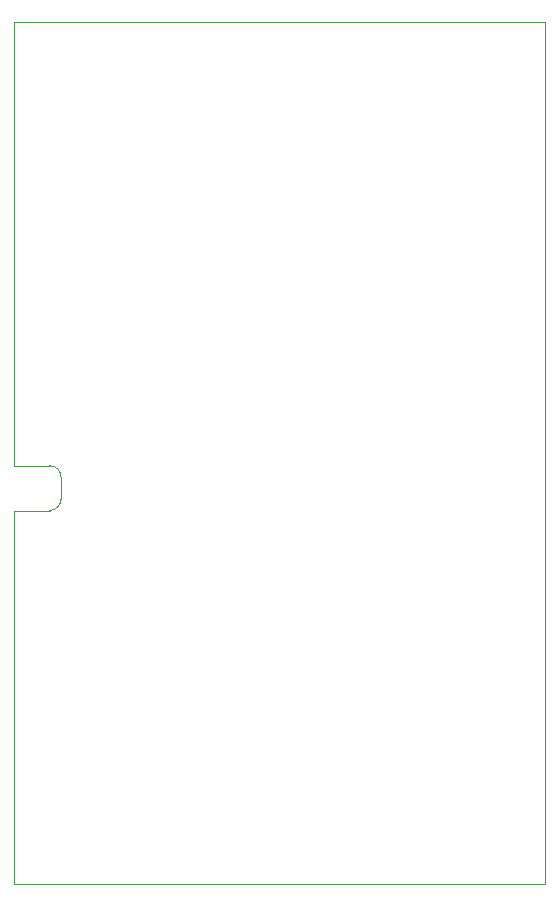
<source format=gbr>
%TF.GenerationSoftware,KiCad,Pcbnew,(6.0.7-1)-1*%
%TF.CreationDate,2022-10-01T11:55:10+02:00*%
%TF.ProjectId,HP6632B_binding_posts,48503636-3332-4425-9f62-696e64696e67,v2.0*%
%TF.SameCoordinates,Original*%
%TF.FileFunction,Profile,NP*%
%FSLAX46Y46*%
G04 Gerber Fmt 4.6, Leading zero omitted, Abs format (unit mm)*
G04 Created by KiCad (PCBNEW (6.0.7-1)-1) date 2022-10-01 11:55:10*
%MOMM*%
%LPD*%
G01*
G04 APERTURE LIST*
%TA.AperFunction,Profile*%
%ADD10C,0.100000*%
%TD*%
G04 APERTURE END LIST*
D10*
X85000000Y-123000000D02*
X130000000Y-123000000D01*
X85000000Y-50000000D02*
X85024000Y-87592000D01*
X89000000Y-88608000D02*
X89000000Y-90386000D01*
X88023998Y-91401957D02*
G75*
G03*
X89000000Y-90386000I-51598J1026357D01*
G01*
X130000000Y-123000000D02*
X130000000Y-50000000D01*
X88024000Y-91402000D02*
X85024000Y-91402000D01*
X85024000Y-91402000D02*
X85000000Y-123000000D01*
X88999965Y-88607999D02*
G75*
G03*
X88024000Y-87592000I-979865J35499D01*
G01*
X85024000Y-87592000D02*
X88024000Y-87592000D01*
X130000000Y-50000000D02*
X85000000Y-50000000D01*
M02*

</source>
